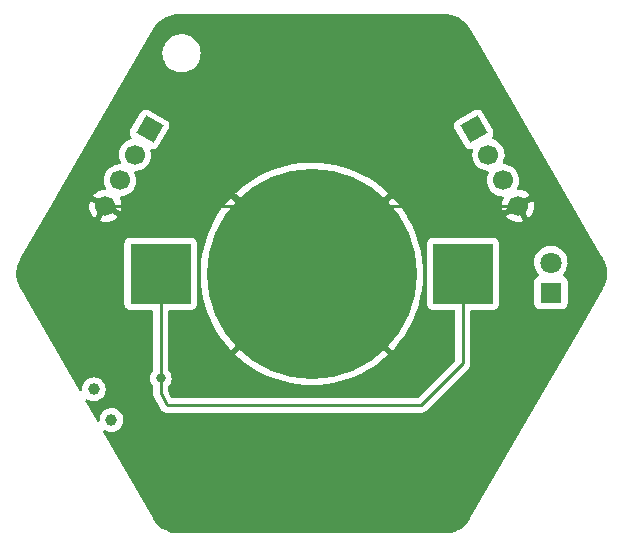
<source format=gbr>
%TF.GenerationSoftware,KiCad,Pcbnew,(6.0.5-0)*%
%TF.CreationDate,2022-06-08T15:30:43+08:00*%
%TF.ProjectId,dtl,64746c2e-6b69-4636-9164-5f7063625858,rev?*%
%TF.SameCoordinates,Original*%
%TF.FileFunction,Copper,L2,Bot*%
%TF.FilePolarity,Positive*%
%FSLAX46Y46*%
G04 Gerber Fmt 4.6, Leading zero omitted, Abs format (unit mm)*
G04 Created by KiCad (PCBNEW (6.0.5-0)) date 2022-06-08 15:30:43*
%MOMM*%
%LPD*%
G01*
G04 APERTURE LIST*
G04 Aperture macros list*
%AMHorizOval*
0 Thick line with rounded ends*
0 $1 width*
0 $2 $3 position (X,Y) of the first rounded end (center of the circle)*
0 $4 $5 position (X,Y) of the second rounded end (center of the circle)*
0 Add line between two ends*
20,1,$1,$2,$3,$4,$5,0*
0 Add two circle primitives to create the rounded ends*
1,1,$1,$2,$3*
1,1,$1,$4,$5*%
%AMRotRect*
0 Rectangle, with rotation*
0 The origin of the aperture is its center*
0 $1 length*
0 $2 width*
0 $3 Rotation angle, in degrees counterclockwise*
0 Add horizontal line*
21,1,$1,$2,0,0,$3*%
G04 Aperture macros list end*
%TA.AperFunction,ComponentPad*%
%ADD10R,1.800000X1.800000*%
%TD*%
%TA.AperFunction,ComponentPad*%
%ADD11C,1.800000*%
%TD*%
%TA.AperFunction,ComponentPad*%
%ADD12C,1.000000*%
%TD*%
%TA.AperFunction,ComponentPad*%
%ADD13RotRect,1.700000X1.700000X30.000000*%
%TD*%
%TA.AperFunction,ComponentPad*%
%ADD14HorizOval,1.700000X0.000000X0.000000X0.000000X0.000000X0*%
%TD*%
%TA.AperFunction,ComponentPad*%
%ADD15RotRect,1.700000X1.700000X330.000000*%
%TD*%
%TA.AperFunction,ComponentPad*%
%ADD16HorizOval,1.700000X0.000000X0.000000X0.000000X0.000000X0*%
%TD*%
%TA.AperFunction,SMDPad,CuDef*%
%ADD17R,5.100000X5.100000*%
%TD*%
%TA.AperFunction,SMDPad,CuDef*%
%ADD18C,17.800000*%
%TD*%
%TA.AperFunction,ViaPad*%
%ADD19C,0.800000*%
%TD*%
%TA.AperFunction,Conductor*%
%ADD20C,0.250000*%
%TD*%
G04 APERTURE END LIST*
D10*
%TO.P,D10,1,K*%
%TO.N,Net-(D10-Pad1)*%
X167881705Y-61904927D03*
D11*
%TO.P,D10,2,A*%
%TO.N,Net-(D10-Pad2)*%
X167881705Y-59364927D03*
%TD*%
D12*
%TO.P,SW3,8*%
%TO.N,N/C*%
X129178831Y-70100962D03*
%TO.P,SW3,9*%
X130678831Y-72699038D03*
%TD*%
D13*
%TO.P,J7,1,Pin_1*%
%TO.N,unconnected-(J7-Pad1)*%
X161346705Y-48069927D03*
D14*
%TO.P,J7,2,Pin_2*%
%TO.N,Net-(J7-Pad2)*%
X162596705Y-50234991D03*
%TO.P,J7,3,Pin_3*%
X163846705Y-52400054D03*
%TO.P,J7,4,Pin_4*%
%TO.N,GND3*%
X165096705Y-54565118D03*
%TD*%
D15*
%TO.P,J5,1,Pin_1*%
%TO.N,Net-(R10-Pad1)*%
X133911705Y-48074031D03*
D16*
%TO.P,J5,2,Pin_2*%
%TO.N,Net-(D3-Pad1)*%
X132661705Y-50239095D03*
%TO.P,J5,3,Pin_3*%
%TO.N,unconnected-(J5-Pad3)*%
X131411705Y-52404158D03*
%TO.P,J5,4,Pin_4*%
%TO.N,GND3*%
X130161705Y-54569222D03*
%TD*%
D17*
%TO.P,BT2,1,+*%
%TO.N,Net-(BT2-Pad1)*%
X134836705Y-60319927D03*
X160436705Y-60319927D03*
D18*
%TO.P,BT2,2,-*%
%TO.N,GND3*%
X147636705Y-60319927D03*
%TD*%
D19*
%TO.N,Net-(BT2-Pad1)*%
X134860000Y-69150000D03*
%TO.N,GND3*%
X157610000Y-80400000D03*
X136360000Y-80400000D03*
%TD*%
D20*
%TO.N,GND3*%
X130161705Y-54569222D02*
X141886000Y-54569222D01*
X153391514Y-54565118D02*
X147636705Y-60319927D01*
X141886000Y-54569222D02*
X147636705Y-60319927D01*
X165096705Y-54565118D02*
X153391514Y-54565118D01*
%TO.N,Net-(BT2-Pad1)*%
X156910305Y-71433327D02*
X160436705Y-67906927D01*
X134836705Y-70400000D02*
X135360000Y-71433327D01*
X135360000Y-71433327D02*
X156910305Y-71433327D01*
X134836705Y-60319927D02*
X134836705Y-70400000D01*
X160436705Y-67906927D02*
X160436705Y-60319927D01*
%TD*%
%TA.AperFunction,Conductor*%
%TO.N,GND3*%
G36*
X158855010Y-38319927D02*
G01*
X158869845Y-38322237D01*
X158869846Y-38322237D01*
X158878716Y-38323618D01*
X158887618Y-38322454D01*
X158887620Y-38322454D01*
X158896323Y-38321316D01*
X158919983Y-38320465D01*
X159166917Y-38334847D01*
X159181459Y-38336546D01*
X159452347Y-38384310D01*
X159466594Y-38387687D01*
X159730111Y-38466578D01*
X159743873Y-38471588D01*
X159996434Y-38580532D01*
X160009528Y-38587108D01*
X160247737Y-38724639D01*
X160259979Y-38732691D01*
X160480602Y-38896940D01*
X160491827Y-38906358D01*
X160691902Y-39095120D01*
X160701957Y-39105778D01*
X160878758Y-39316483D01*
X160887508Y-39328236D01*
X161019439Y-39528829D01*
X161031680Y-39552605D01*
X161035057Y-39561335D01*
X161040514Y-39568459D01*
X161054416Y-39586610D01*
X161063505Y-39600226D01*
X161701830Y-40705838D01*
X172069144Y-58662550D01*
X172276339Y-59021423D01*
X172284729Y-59038953D01*
X172293387Y-59061332D01*
X172298847Y-59068460D01*
X172304179Y-59075422D01*
X172316750Y-59095494D01*
X172320066Y-59102096D01*
X172427755Y-59316533D01*
X172433558Y-59329985D01*
X172527633Y-59588460D01*
X172531835Y-59602498D01*
X172595264Y-59870137D01*
X172597808Y-59884564D01*
X172606085Y-59955388D01*
X172629738Y-60157762D01*
X172630590Y-60172390D01*
X172630588Y-60447447D01*
X172629736Y-60462075D01*
X172597801Y-60735278D01*
X172595256Y-60749707D01*
X172531824Y-61017340D01*
X172527622Y-61031377D01*
X172433543Y-61289853D01*
X172427743Y-61303299D01*
X172427734Y-61303317D01*
X172319937Y-61517955D01*
X172305468Y-61540442D01*
X172299667Y-61547644D01*
X172296225Y-61555933D01*
X172296221Y-61555940D01*
X172287457Y-61577046D01*
X172280210Y-61591726D01*
X170240902Y-65123911D01*
X165282454Y-73712196D01*
X161067377Y-81012923D01*
X161056389Y-81028955D01*
X161041337Y-81047642D01*
X161036819Y-81058524D01*
X161034531Y-81064034D01*
X161023435Y-81084954D01*
X160887513Y-81291610D01*
X160878767Y-81303358D01*
X160749289Y-81457661D01*
X160701959Y-81514065D01*
X160691904Y-81524723D01*
X160491828Y-81713482D01*
X160480603Y-81722900D01*
X160259979Y-81887146D01*
X160247737Y-81895198D01*
X160009523Y-82032729D01*
X159996429Y-82039304D01*
X159743872Y-82148245D01*
X159730104Y-82153257D01*
X159466598Y-82232144D01*
X159452343Y-82235522D01*
X159452196Y-82235548D01*
X159181458Y-82283286D01*
X159166914Y-82284985D01*
X159044197Y-82292132D01*
X158927138Y-82298949D01*
X158900431Y-82297662D01*
X158900145Y-82297618D01*
X158900144Y-82297618D01*
X158891268Y-82296236D01*
X158882366Y-82297400D01*
X158882364Y-82297400D01*
X158867315Y-82299368D01*
X158859706Y-82300363D01*
X158843371Y-82301427D01*
X136417692Y-82301427D01*
X136398308Y-82299927D01*
X136383474Y-82297617D01*
X136383471Y-82297617D01*
X136374601Y-82296236D01*
X136365699Y-82297400D01*
X136365695Y-82297400D01*
X136356996Y-82298538D01*
X136333336Y-82299389D01*
X136086400Y-82285009D01*
X136071860Y-82283310D01*
X135800971Y-82235547D01*
X135786724Y-82232170D01*
X135523208Y-82153279D01*
X135509443Y-82148269D01*
X135509388Y-82148245D01*
X135256884Y-82039325D01*
X135243791Y-82032750D01*
X135005588Y-81895222D01*
X134993345Y-81887170D01*
X134772710Y-81722911D01*
X134761496Y-81713501D01*
X134561406Y-81524723D01*
X134551380Y-81514096D01*
X134374558Y-81303363D01*
X134365818Y-81291622D01*
X134233871Y-81091000D01*
X134221629Y-81067221D01*
X134218265Y-81058524D01*
X134198901Y-81033241D01*
X134189820Y-81019637D01*
X129983539Y-73734145D01*
X129966801Y-73665150D01*
X129990021Y-73598058D01*
X130045829Y-73554171D01*
X130116504Y-73547422D01*
X130154129Y-73561157D01*
X130273125Y-73627662D01*
X130461223Y-73688778D01*
X130657608Y-73712196D01*
X130663743Y-73711724D01*
X130663745Y-73711724D01*
X130848661Y-73697495D01*
X130848665Y-73697494D01*
X130854803Y-73697022D01*
X131045294Y-73643836D01*
X131050798Y-73641056D01*
X131050800Y-73641055D01*
X131216326Y-73557442D01*
X131216328Y-73557441D01*
X131221827Y-73554663D01*
X131377678Y-73432899D01*
X131506909Y-73283183D01*
X131604600Y-73111217D01*
X131667028Y-72923551D01*
X131691816Y-72727333D01*
X131692211Y-72699038D01*
X131672911Y-72502205D01*
X131615747Y-72312869D01*
X131522897Y-72138242D01*
X131437533Y-72033576D01*
X131401791Y-71989751D01*
X131401788Y-71989748D01*
X131397896Y-71984976D01*
X131391555Y-71979730D01*
X131250256Y-71862837D01*
X131250252Y-71862835D01*
X131245506Y-71858908D01*
X131071532Y-71764840D01*
X130882599Y-71706356D01*
X130876474Y-71705712D01*
X130876473Y-71705712D01*
X130692035Y-71686327D01*
X130692033Y-71686327D01*
X130685906Y-71685683D01*
X130603407Y-71693191D01*
X130495082Y-71703049D01*
X130495079Y-71703050D01*
X130488943Y-71703608D01*
X130483037Y-71705346D01*
X130483033Y-71705347D01*
X130377907Y-71736287D01*
X130299212Y-71759448D01*
X130293754Y-71762301D01*
X130293750Y-71762303D01*
X130255969Y-71782055D01*
X130123941Y-71851078D01*
X129969806Y-71975006D01*
X129842677Y-72126512D01*
X129839710Y-72131910D01*
X129839706Y-72131915D01*
X129836228Y-72138242D01*
X129747398Y-72299825D01*
X129745537Y-72305692D01*
X129745536Y-72305694D01*
X129689458Y-72482474D01*
X129687596Y-72488344D01*
X129665550Y-72684889D01*
X129666739Y-72699038D01*
X129667365Y-72706498D01*
X129653134Y-72776054D01*
X129603558Y-72826874D01*
X129534376Y-72842824D01*
X129467553Y-72818839D01*
X129432688Y-72780043D01*
X128483539Y-71136069D01*
X128466801Y-71067074D01*
X128490021Y-70999982D01*
X128545829Y-70956095D01*
X128616504Y-70949346D01*
X128654129Y-70963081D01*
X128773125Y-71029586D01*
X128961223Y-71090702D01*
X129157608Y-71114120D01*
X129163743Y-71113648D01*
X129163745Y-71113648D01*
X129348661Y-71099419D01*
X129348665Y-71099418D01*
X129354803Y-71098946D01*
X129545294Y-71045760D01*
X129550798Y-71042980D01*
X129550800Y-71042979D01*
X129716326Y-70959366D01*
X129716328Y-70959365D01*
X129721827Y-70956587D01*
X129877678Y-70834823D01*
X130006909Y-70685107D01*
X130104600Y-70513141D01*
X130167028Y-70325475D01*
X130191816Y-70129257D01*
X130192211Y-70100962D01*
X130172911Y-69904129D01*
X130115747Y-69714793D01*
X130022897Y-69540166D01*
X129952540Y-69453900D01*
X129901791Y-69391675D01*
X129901788Y-69391672D01*
X129897896Y-69386900D01*
X129891555Y-69381654D01*
X129750256Y-69264761D01*
X129750252Y-69264759D01*
X129745506Y-69260832D01*
X129571532Y-69166764D01*
X129382599Y-69108280D01*
X129376474Y-69107636D01*
X129376473Y-69107636D01*
X129192035Y-69088251D01*
X129192033Y-69088251D01*
X129185906Y-69087607D01*
X129103407Y-69095115D01*
X128995082Y-69104973D01*
X128995079Y-69104974D01*
X128988943Y-69105532D01*
X128983037Y-69107270D01*
X128983033Y-69107271D01*
X128877907Y-69138211D01*
X128799212Y-69161372D01*
X128793754Y-69164225D01*
X128793750Y-69164227D01*
X128702978Y-69211682D01*
X128623941Y-69253002D01*
X128469806Y-69376930D01*
X128342677Y-69528436D01*
X128339710Y-69533834D01*
X128339706Y-69533839D01*
X128325134Y-69560346D01*
X128247398Y-69701749D01*
X128245537Y-69707616D01*
X128245536Y-69707618D01*
X128191362Y-69878396D01*
X128187596Y-69890268D01*
X128165550Y-70086813D01*
X128166739Y-70100962D01*
X128167365Y-70108422D01*
X128153134Y-70177978D01*
X128103558Y-70228798D01*
X128034376Y-70244748D01*
X127967553Y-70220763D01*
X127932688Y-70181967D01*
X124705045Y-64591527D01*
X123738869Y-62918061D01*
X131778205Y-62918061D01*
X131784960Y-62980243D01*
X131836090Y-63116632D01*
X131923444Y-63233188D01*
X132040000Y-63320542D01*
X132176389Y-63371672D01*
X132238571Y-63378427D01*
X134077205Y-63378427D01*
X134145326Y-63398429D01*
X134191819Y-63452085D01*
X134203205Y-63504427D01*
X134203205Y-68473347D01*
X134183203Y-68541468D01*
X134170842Y-68557656D01*
X134120960Y-68613056D01*
X134025473Y-68778444D01*
X133966458Y-68960072D01*
X133965768Y-68966633D01*
X133965768Y-68966635D01*
X133959142Y-69029680D01*
X133946496Y-69150000D01*
X133947186Y-69156565D01*
X133957115Y-69251030D01*
X133966458Y-69339928D01*
X134025473Y-69521556D01*
X134028776Y-69527278D01*
X134028777Y-69527279D01*
X134039359Y-69545607D01*
X134120960Y-69686944D01*
X134125378Y-69691851D01*
X134125379Y-69691852D01*
X134170841Y-69742342D01*
X134201558Y-69806350D01*
X134203205Y-69826653D01*
X134203205Y-70387115D01*
X134203133Y-70391384D01*
X134200857Y-70458521D01*
X134202568Y-70466264D01*
X134202568Y-70466267D01*
X134210599Y-70502619D01*
X134212572Y-70514006D01*
X134217237Y-70550931D01*
X134218231Y-70558797D01*
X134221150Y-70566169D01*
X134221150Y-70566170D01*
X134225339Y-70576751D01*
X134231220Y-70595951D01*
X134235387Y-70614811D01*
X134238968Y-70621882D01*
X134255788Y-70655095D01*
X134260531Y-70665633D01*
X134277153Y-70707617D01*
X134288507Y-70723244D01*
X134298974Y-70740373D01*
X134768259Y-71667051D01*
X134775684Y-71685038D01*
X134782236Y-71705202D01*
X134799875Y-71732997D01*
X134805423Y-71741740D01*
X134809623Y-71749123D01*
X134811056Y-71751560D01*
X134812845Y-71755092D01*
X134815063Y-71758373D01*
X134829009Y-71779003D01*
X134830995Y-71782034D01*
X134868000Y-71840345D01*
X134873479Y-71845490D01*
X134875780Y-71848191D01*
X134879986Y-71854413D01*
X134885918Y-71859669D01*
X134931642Y-71900182D01*
X134934335Y-71902638D01*
X134942928Y-71910707D01*
X134984679Y-71949913D01*
X134991261Y-71953532D01*
X134994168Y-71955581D01*
X134999787Y-71960559D01*
X135006836Y-71964172D01*
X135006841Y-71964176D01*
X135061209Y-71992047D01*
X135064431Y-71993757D01*
X135117996Y-72023205D01*
X135117999Y-72023206D01*
X135124940Y-72027022D01*
X135132216Y-72028890D01*
X135135541Y-72030152D01*
X135142221Y-72033576D01*
X135149951Y-72035324D01*
X135149954Y-72035325D01*
X135209560Y-72048803D01*
X135213105Y-72049659D01*
X135272292Y-72064856D01*
X135272295Y-72064856D01*
X135279970Y-72066827D01*
X135287482Y-72066827D01*
X135291016Y-72067222D01*
X135298339Y-72068878D01*
X135306260Y-72068649D01*
X135306263Y-72068649D01*
X135367351Y-72066880D01*
X135370997Y-72066827D01*
X156831538Y-72066827D01*
X156842721Y-72067354D01*
X156850214Y-72069029D01*
X156858140Y-72068780D01*
X156858141Y-72068780D01*
X156918291Y-72066889D01*
X156922250Y-72066827D01*
X156950161Y-72066827D01*
X156954096Y-72066330D01*
X156954161Y-72066322D01*
X156965998Y-72065389D01*
X156998256Y-72064375D01*
X157002275Y-72064249D01*
X157010194Y-72064000D01*
X157029648Y-72058348D01*
X157049005Y-72054340D01*
X157061235Y-72052795D01*
X157061236Y-72052795D01*
X157069102Y-72051801D01*
X157076473Y-72048882D01*
X157076475Y-72048882D01*
X157110217Y-72035523D01*
X157121447Y-72031678D01*
X157156288Y-72021556D01*
X157156289Y-72021556D01*
X157163898Y-72019345D01*
X157170717Y-72015312D01*
X157170722Y-72015310D01*
X157181333Y-72009034D01*
X157199081Y-72000339D01*
X157217922Y-71992879D01*
X157242523Y-71975006D01*
X157253692Y-71966891D01*
X157263612Y-71960375D01*
X157294840Y-71941907D01*
X157294843Y-71941905D01*
X157301667Y-71937869D01*
X157315988Y-71923548D01*
X157331022Y-71910707D01*
X157340999Y-71903458D01*
X157347412Y-71898799D01*
X157375603Y-71864722D01*
X157383593Y-71855943D01*
X160828952Y-68410584D01*
X160837242Y-68403040D01*
X160843723Y-68398927D01*
X160890364Y-68349259D01*
X160893118Y-68346418D01*
X160912840Y-68326696D01*
X160915324Y-68323494D01*
X160923022Y-68314482D01*
X160947866Y-68288025D01*
X160953291Y-68282248D01*
X160963052Y-68264493D01*
X160973903Y-68247974D01*
X160986319Y-68231968D01*
X160989469Y-68224689D01*
X161003879Y-68191390D01*
X161009096Y-68180740D01*
X161030400Y-68141987D01*
X161035438Y-68122364D01*
X161041842Y-68103661D01*
X161046738Y-68092347D01*
X161046738Y-68092346D01*
X161049886Y-68085072D01*
X161051125Y-68077249D01*
X161051128Y-68077239D01*
X161056804Y-68041403D01*
X161059210Y-68029783D01*
X161068233Y-67994638D01*
X161068233Y-67994637D01*
X161070205Y-67986957D01*
X161070205Y-67966703D01*
X161071756Y-67946992D01*
X161073685Y-67934813D01*
X161074925Y-67926984D01*
X161070764Y-67882965D01*
X161070205Y-67871108D01*
X161070205Y-63504427D01*
X161090207Y-63436306D01*
X161143863Y-63389813D01*
X161196205Y-63378427D01*
X163034839Y-63378427D01*
X163097021Y-63371672D01*
X163233410Y-63320542D01*
X163349966Y-63233188D01*
X163437320Y-63116632D01*
X163488450Y-62980243D01*
X163495205Y-62918061D01*
X163495205Y-59330396D01*
X166468800Y-59330396D01*
X166469097Y-59335549D01*
X166469097Y-59335552D01*
X166474772Y-59433968D01*
X166482132Y-59561624D01*
X166483269Y-59566670D01*
X166483270Y-59566676D01*
X166515446Y-59709450D01*
X166533051Y-59787569D01*
X166534993Y-59792351D01*
X166534994Y-59792355D01*
X166599469Y-59951137D01*
X166620189Y-60002164D01*
X166622888Y-60006568D01*
X166724504Y-60172390D01*
X166741206Y-60199646D01*
X166744587Y-60203549D01*
X166853009Y-60328715D01*
X166882491Y-60393300D01*
X166872376Y-60463573D01*
X166825875Y-60517221D01*
X166802001Y-60529194D01*
X166746220Y-60550106D01*
X166735000Y-60554312D01*
X166618444Y-60641666D01*
X166531090Y-60758222D01*
X166479960Y-60894611D01*
X166473205Y-60956793D01*
X166473205Y-62853061D01*
X166479960Y-62915243D01*
X166531090Y-63051632D01*
X166618444Y-63168188D01*
X166735000Y-63255542D01*
X166871389Y-63306672D01*
X166933571Y-63313427D01*
X168829839Y-63313427D01*
X168892021Y-63306672D01*
X169028410Y-63255542D01*
X169144966Y-63168188D01*
X169232320Y-63051632D01*
X169283450Y-62915243D01*
X169290205Y-62853061D01*
X169290205Y-60956793D01*
X169283450Y-60894611D01*
X169232320Y-60758222D01*
X169144966Y-60641666D01*
X169028410Y-60554312D01*
X169020001Y-60551160D01*
X169020000Y-60551159D01*
X168961509Y-60529232D01*
X168904744Y-60486591D01*
X168880044Y-60420030D01*
X168895251Y-60350681D01*
X168916798Y-60322000D01*
X168954341Y-60284587D01*
X168954345Y-60284582D01*
X168958008Y-60280932D01*
X169093163Y-60092844D01*
X169140346Y-59997377D01*
X169193489Y-59889849D01*
X169193490Y-59889847D01*
X169195783Y-59885207D01*
X169263113Y-59663598D01*
X169293345Y-59433968D01*
X169295032Y-59364927D01*
X169288737Y-59288361D01*
X169276478Y-59139245D01*
X169276477Y-59139239D01*
X169276054Y-59134094D01*
X169219630Y-58909460D01*
X169217571Y-58904724D01*
X169129335Y-58701795D01*
X169129333Y-58701792D01*
X169127275Y-58697058D01*
X169001469Y-58502592D01*
X168845592Y-58331285D01*
X168841541Y-58328086D01*
X168841537Y-58328082D01*
X168667882Y-58190938D01*
X168667877Y-58190935D01*
X168663828Y-58187737D01*
X168659312Y-58185244D01*
X168659309Y-58185242D01*
X168465584Y-58078300D01*
X168465580Y-58078298D01*
X168461060Y-58075803D01*
X168456191Y-58074079D01*
X168456187Y-58074077D01*
X168247608Y-58000215D01*
X168247604Y-58000214D01*
X168242733Y-57998489D01*
X168237640Y-57997582D01*
X168237637Y-57997581D01*
X168019800Y-57958778D01*
X168019794Y-57958777D01*
X168014711Y-57957872D01*
X167941801Y-57956981D01*
X167788286Y-57955106D01*
X167788284Y-57955106D01*
X167783116Y-57955043D01*
X167554169Y-57990077D01*
X167334019Y-58062033D01*
X167329431Y-58064421D01*
X167329427Y-58064423D01*
X167214011Y-58124505D01*
X167128577Y-58168979D01*
X167124444Y-58172082D01*
X167124441Y-58172084D01*
X167099330Y-58190938D01*
X166943360Y-58308044D01*
X166783344Y-58475491D01*
X166780430Y-58479763D01*
X166780429Y-58479764D01*
X166722958Y-58564014D01*
X166652824Y-58666826D01*
X166555307Y-58876908D01*
X166493412Y-59100096D01*
X166468800Y-59330396D01*
X163495205Y-59330396D01*
X163495205Y-57721793D01*
X163488450Y-57659611D01*
X163437320Y-57523222D01*
X163349966Y-57406666D01*
X163233410Y-57319312D01*
X163097021Y-57268182D01*
X163034839Y-57261427D01*
X157838571Y-57261427D01*
X157776389Y-57268182D01*
X157640000Y-57319312D01*
X157523444Y-57406666D01*
X157436090Y-57523222D01*
X157384960Y-57659611D01*
X157378205Y-57721793D01*
X157378205Y-62918061D01*
X157384960Y-62980243D01*
X157436090Y-63116632D01*
X157523444Y-63233188D01*
X157640000Y-63320542D01*
X157776389Y-63371672D01*
X157838571Y-63378427D01*
X159677205Y-63378427D01*
X159745326Y-63398429D01*
X159791819Y-63452085D01*
X159803205Y-63504427D01*
X159803205Y-67592333D01*
X159783203Y-67660454D01*
X159766300Y-67681428D01*
X156684805Y-70762922D01*
X156622493Y-70796948D01*
X156595710Y-70799827D01*
X135826713Y-70799827D01*
X135758592Y-70779825D01*
X135714305Y-70730752D01*
X135673369Y-70649918D01*
X135483797Y-70275577D01*
X135470205Y-70218653D01*
X135470205Y-69878396D01*
X135490207Y-69810275D01*
X135502569Y-69794086D01*
X135594621Y-69691852D01*
X135594622Y-69691851D01*
X135599040Y-69686944D01*
X135680641Y-69545607D01*
X135691223Y-69527279D01*
X135691224Y-69527278D01*
X135694527Y-69521556D01*
X135753542Y-69339928D01*
X135762886Y-69251030D01*
X135772814Y-69156565D01*
X135773504Y-69150000D01*
X135760858Y-69029680D01*
X135754232Y-68966635D01*
X135754232Y-68966633D01*
X135753542Y-68960072D01*
X135694527Y-68778444D01*
X135599040Y-68613056D01*
X135549160Y-68557658D01*
X135502569Y-68505914D01*
X135471851Y-68441907D01*
X135470205Y-68421604D01*
X135470205Y-67151814D01*
X141170358Y-67151814D01*
X141170382Y-67152153D01*
X141176205Y-67160785D01*
X141509420Y-67465587D01*
X141512551Y-67468271D01*
X141983319Y-67846102D01*
X141986602Y-67848567D01*
X142480793Y-68195246D01*
X142484220Y-68197489D01*
X142999765Y-68511562D01*
X143003300Y-68513562D01*
X143538073Y-68793729D01*
X143541711Y-68795488D01*
X144093417Y-69040546D01*
X144097207Y-69042085D01*
X144663577Y-69251030D01*
X144667442Y-69252316D01*
X145246120Y-69424277D01*
X145250061Y-69425311D01*
X145838622Y-69559569D01*
X145842617Y-69560346D01*
X146438635Y-69656346D01*
X146442674Y-69656863D01*
X147043623Y-69714199D01*
X147047692Y-69714455D01*
X147651089Y-69732891D01*
X147655175Y-69732883D01*
X148258517Y-69712341D01*
X148262561Y-69712072D01*
X148863327Y-69652637D01*
X148867363Y-69652106D01*
X149463026Y-69554029D01*
X149467029Y-69553236D01*
X150055130Y-69416922D01*
X150059050Y-69415879D01*
X150637147Y-69241891D01*
X150640980Y-69240601D01*
X151206619Y-69029680D01*
X151210412Y-69028124D01*
X151761249Y-68781146D01*
X151764910Y-68779360D01*
X152298692Y-68497333D01*
X152302198Y-68495333D01*
X152816668Y-68179448D01*
X152820065Y-68177207D01*
X153313072Y-67828785D01*
X153316296Y-67826347D01*
X153785805Y-67446824D01*
X153788872Y-67444177D01*
X154094559Y-67162590D01*
X154102737Y-67148973D01*
X154102723Y-67148514D01*
X154097378Y-67139810D01*
X147649517Y-60691949D01*
X147635573Y-60684335D01*
X147633740Y-60684466D01*
X147627125Y-60688717D01*
X141177972Y-67137870D01*
X141170358Y-67151814D01*
X135470205Y-67151814D01*
X135470205Y-63504427D01*
X135490207Y-63436306D01*
X135543863Y-63389813D01*
X135596205Y-63378427D01*
X137434839Y-63378427D01*
X137497021Y-63371672D01*
X137633410Y-63320542D01*
X137749966Y-63233188D01*
X137837320Y-63116632D01*
X137888450Y-62980243D01*
X137895205Y-62918061D01*
X137895205Y-60531441D01*
X138226108Y-60531441D01*
X138226200Y-60535515D01*
X138259372Y-61138295D01*
X138259727Y-61142347D01*
X138331733Y-61741749D01*
X138332343Y-61745739D01*
X138442878Y-62339244D01*
X138443750Y-62343209D01*
X138592352Y-62928332D01*
X138593477Y-62932230D01*
X138779532Y-63506551D01*
X138780908Y-63510372D01*
X139003628Y-64071468D01*
X139005259Y-64075219D01*
X139263720Y-64620766D01*
X139265578Y-64624380D01*
X139558724Y-65152144D01*
X139560799Y-65155611D01*
X139887388Y-65663351D01*
X139889704Y-65666708D01*
X140248358Y-66152286D01*
X140250889Y-66155491D01*
X140640139Y-66616922D01*
X140642866Y-66619951D01*
X140794260Y-66777548D01*
X140808045Y-66785438D01*
X140809209Y-66785378D01*
X140816842Y-66780580D01*
X147264683Y-60332739D01*
X147271061Y-60321059D01*
X148001113Y-60321059D01*
X148001244Y-60322892D01*
X148005495Y-60329507D01*
X154453667Y-66777679D01*
X154467611Y-66785293D01*
X154468655Y-66785219D01*
X154476348Y-66780145D01*
X154652492Y-66595500D01*
X154655215Y-66592454D01*
X155042857Y-66129661D01*
X155045351Y-66126481D01*
X155402326Y-65639628D01*
X155404626Y-65636268D01*
X155729437Y-65127399D01*
X155731508Y-65123911D01*
X156022809Y-64595129D01*
X156024645Y-64591527D01*
X156281217Y-64045047D01*
X156282819Y-64041328D01*
X156503589Y-63479429D01*
X156504946Y-63475619D01*
X156688998Y-62900641D01*
X156690104Y-62896759D01*
X156836671Y-62311092D01*
X156837523Y-62307148D01*
X156945986Y-61713262D01*
X156946587Y-61709237D01*
X157016495Y-61109625D01*
X157016837Y-61105548D01*
X157047943Y-60501939D01*
X157048023Y-60499322D01*
X157049732Y-60321264D01*
X157049702Y-60318588D01*
X157030191Y-59714515D01*
X157029928Y-59710457D01*
X156971541Y-59109589D01*
X156971021Y-59105579D01*
X156873980Y-58509723D01*
X156873192Y-58505710D01*
X156737911Y-57917401D01*
X156736865Y-57913445D01*
X156563900Y-57335090D01*
X156562602Y-57331209D01*
X156352664Y-56765189D01*
X156351138Y-56761451D01*
X156105110Y-56210158D01*
X156103330Y-56206493D01*
X155822242Y-55672230D01*
X155820233Y-55668695D01*
X155688032Y-55452539D01*
X164075005Y-55452539D01*
X164081193Y-55466991D01*
X164139922Y-55534790D01*
X164147284Y-55542000D01*
X164311139Y-55678034D01*
X164319586Y-55683949D01*
X164503461Y-55791397D01*
X164512747Y-55795847D01*
X164711706Y-55871821D01*
X164721604Y-55874697D01*
X164930300Y-55917156D01*
X164940528Y-55918375D01*
X165153355Y-55926180D01*
X165163641Y-55925713D01*
X165374890Y-55898652D01*
X165384967Y-55896510D01*
X165527115Y-55853863D01*
X165538931Y-55846171D01*
X165537495Y-55836588D01*
X165012792Y-54927777D01*
X165001297Y-54916817D01*
X164999489Y-54916468D01*
X164992002Y-54918861D01*
X164084019Y-55443085D01*
X164075005Y-55452539D01*
X155688032Y-55452539D01*
X155505255Y-55153689D01*
X155503027Y-55150298D01*
X155155453Y-54656666D01*
X155153027Y-54653447D01*
X154774324Y-54183276D01*
X154771680Y-54180203D01*
X154479518Y-53861921D01*
X154465914Y-53853719D01*
X154465515Y-53853731D01*
X154456722Y-53859120D01*
X148008727Y-60307115D01*
X148001113Y-60321059D01*
X147271061Y-60321059D01*
X147272297Y-60318795D01*
X147272166Y-60316962D01*
X147267915Y-60310347D01*
X140817511Y-53859943D01*
X140803567Y-53852329D01*
X140801762Y-53852458D01*
X140795109Y-53856737D01*
X140765088Y-53886812D01*
X140762326Y-53889762D01*
X140364265Y-54343664D01*
X140361700Y-54346787D01*
X139993765Y-54825424D01*
X139991402Y-54828712D01*
X139655118Y-55330099D01*
X139652976Y-55333528D01*
X139349757Y-55855557D01*
X139347831Y-55859135D01*
X139078937Y-56399633D01*
X139077240Y-56403342D01*
X138843783Y-56960073D01*
X138842343Y-56963843D01*
X138645291Y-57534506D01*
X138644095Y-57538370D01*
X138484291Y-58120518D01*
X138483334Y-58124505D01*
X138361434Y-58715733D01*
X138360738Y-58719762D01*
X138277244Y-59317640D01*
X138276812Y-59321684D01*
X138232072Y-59923729D01*
X138231902Y-59927787D01*
X138226108Y-60531441D01*
X137895205Y-60531441D01*
X137895205Y-57721793D01*
X137888450Y-57659611D01*
X137837320Y-57523222D01*
X137749966Y-57406666D01*
X137633410Y-57319312D01*
X137497021Y-57268182D01*
X137434839Y-57261427D01*
X132238571Y-57261427D01*
X132176389Y-57268182D01*
X132040000Y-57319312D01*
X131923444Y-57406666D01*
X131836090Y-57523222D01*
X131784960Y-57659611D01*
X131778205Y-57721793D01*
X131778205Y-62918061D01*
X123738869Y-62918061D01*
X122976980Y-61598430D01*
X122968587Y-61580893D01*
X122963169Y-61566888D01*
X122959929Y-61558513D01*
X122949128Y-61544412D01*
X122936558Y-61524341D01*
X122825554Y-61303317D01*
X122819750Y-61289863D01*
X122725670Y-61031385D01*
X122721468Y-61017349D01*
X122658035Y-60749713D01*
X122655490Y-60735283D01*
X122623554Y-60462076D01*
X122622702Y-60447448D01*
X122622700Y-60172389D01*
X122623552Y-60157761D01*
X122655482Y-59884563D01*
X122658026Y-59870133D01*
X122721457Y-59602488D01*
X122725659Y-59588451D01*
X122819736Y-59329971D01*
X122825540Y-59316517D01*
X122903585Y-59161113D01*
X122933226Y-59102093D01*
X122947695Y-59079607D01*
X122953657Y-59072204D01*
X122965867Y-59042797D01*
X122973110Y-59028127D01*
X123038730Y-58914471D01*
X124808127Y-55849786D01*
X129720141Y-55849786D01*
X129731732Y-55858751D01*
X129776711Y-55875927D01*
X129786596Y-55878799D01*
X129995300Y-55921260D01*
X130005528Y-55922479D01*
X130218355Y-55930284D01*
X130228641Y-55929817D01*
X130439890Y-55902756D01*
X130449967Y-55900614D01*
X130653960Y-55839413D01*
X130663547Y-55835655D01*
X130854800Y-55741961D01*
X130863650Y-55736686D01*
X131037033Y-55613014D01*
X131044905Y-55606361D01*
X131180705Y-55471032D01*
X131187486Y-55458666D01*
X131182356Y-55451788D01*
X130270365Y-54925250D01*
X130254930Y-54921505D01*
X130253190Y-54922108D01*
X130247903Y-54927924D01*
X129723384Y-55836416D01*
X129720141Y-55849786D01*
X124808127Y-55849786D01*
X125563706Y-54541085D01*
X128799755Y-54541085D01*
X128812014Y-54753699D01*
X128813450Y-54763919D01*
X128860270Y-54971668D01*
X128863350Y-54981497D01*
X128943475Y-55178825D01*
X128948118Y-55188016D01*
X129059399Y-55369610D01*
X129065482Y-55377921D01*
X129204918Y-55538889D01*
X129212285Y-55546104D01*
X129260621Y-55586234D01*
X129273042Y-55591592D01*
X129284044Y-55581376D01*
X129805677Y-54677882D01*
X129809422Y-54662447D01*
X129808819Y-54660707D01*
X129803003Y-54655420D01*
X128892463Y-54129718D01*
X128878758Y-54126393D01*
X128873237Y-54133415D01*
X128824569Y-54308904D01*
X128822638Y-54319022D01*
X128800007Y-54530796D01*
X128799755Y-54541085D01*
X125563706Y-54541085D01*
X126060439Y-53680719D01*
X129137801Y-53680719D01*
X129143622Y-53688138D01*
X130068735Y-54222252D01*
X131429378Y-55007819D01*
X131443083Y-55011144D01*
X131449155Y-55003422D01*
X131492083Y-54862129D01*
X131494260Y-54852059D01*
X131522295Y-54639109D01*
X131522814Y-54632434D01*
X131524277Y-54572586D01*
X131524083Y-54565868D01*
X131506486Y-54351826D01*
X131504801Y-54341646D01*
X131452919Y-54135097D01*
X131449599Y-54125346D01*
X131369588Y-53941332D01*
X131360768Y-53870886D01*
X131391435Y-53806854D01*
X131451852Y-53769566D01*
X131473572Y-53766143D01*
X131473542Y-53765911D01*
X131689993Y-53738183D01*
X131689994Y-53738183D01*
X131695121Y-53737526D01*
X131700071Y-53736041D01*
X131904134Y-53674819D01*
X131904139Y-53674817D01*
X131909089Y-53673332D01*
X132109699Y-53575054D01*
X132230714Y-53488735D01*
X141168795Y-53488735D01*
X141168930Y-53490597D01*
X141173158Y-53497170D01*
X147623893Y-59947905D01*
X147637837Y-59955519D01*
X147639670Y-59955388D01*
X147646285Y-59951137D01*
X154094508Y-53502914D01*
X154102122Y-53488970D01*
X154102044Y-53487868D01*
X154097031Y-53480252D01*
X153924512Y-53315102D01*
X153921482Y-53312383D01*
X153459355Y-52923925D01*
X153456183Y-52921429D01*
X152969954Y-52563604D01*
X152966596Y-52561296D01*
X152458306Y-52235606D01*
X152454788Y-52233509D01*
X151926550Y-51941304D01*
X151922925Y-51939449D01*
X151376930Y-51681941D01*
X151373162Y-51680311D01*
X150811693Y-51458576D01*
X150807864Y-51457205D01*
X150233207Y-51272149D01*
X150229332Y-51271038D01*
X149643934Y-51123453D01*
X149639973Y-51122590D01*
X149046293Y-51013094D01*
X149042271Y-51012485D01*
X148442734Y-50941525D01*
X148438732Y-50941182D01*
X147835841Y-50909058D01*
X147831824Y-50908974D01*
X147228147Y-50915823D01*
X147224085Y-50916000D01*
X146622121Y-50961791D01*
X146618094Y-50962228D01*
X146020365Y-51046766D01*
X146016328Y-51047470D01*
X145425292Y-51170405D01*
X145421344Y-51171361D01*
X144839470Y-51332181D01*
X144835578Y-51333394D01*
X144265284Y-51531433D01*
X144261501Y-51532886D01*
X143705186Y-51767311D01*
X143701487Y-51769012D01*
X143161463Y-52038847D01*
X143157861Y-52040795D01*
X142636398Y-52344902D01*
X142632934Y-52347075D01*
X142132157Y-52684219D01*
X142128866Y-52686592D01*
X141650900Y-53055341D01*
X141647745Y-53057940D01*
X141194553Y-53456781D01*
X141191605Y-53459549D01*
X141176395Y-53474786D01*
X141168795Y-53488735D01*
X132230714Y-53488735D01*
X132291565Y-53445331D01*
X132295684Y-53441227D01*
X132446140Y-53291295D01*
X132449801Y-53287647D01*
X132505510Y-53210120D01*
X132577140Y-53110435D01*
X132580158Y-53106235D01*
X132584654Y-53097139D01*
X132676841Y-52910611D01*
X132676842Y-52910609D01*
X132679135Y-52905969D01*
X132744075Y-52692227D01*
X132773234Y-52470748D01*
X132774861Y-52404158D01*
X132756557Y-52181519D01*
X132702136Y-51964860D01*
X132620123Y-51776243D01*
X132611303Y-51705799D01*
X132641970Y-51641767D01*
X132702386Y-51604479D01*
X132723579Y-51601138D01*
X132723542Y-51600848D01*
X132939993Y-51573120D01*
X132939994Y-51573120D01*
X132945121Y-51572463D01*
X132958894Y-51568331D01*
X133154134Y-51509756D01*
X133154139Y-51509754D01*
X133159089Y-51508269D01*
X133359699Y-51409991D01*
X133541565Y-51280268D01*
X133549713Y-51272149D01*
X133663066Y-51159191D01*
X133699801Y-51122584D01*
X133729528Y-51081215D01*
X133827140Y-50945372D01*
X133830158Y-50941172D01*
X133873236Y-50854011D01*
X133926841Y-50745548D01*
X133926842Y-50745546D01*
X133929135Y-50740906D01*
X133994075Y-50527164D01*
X134023234Y-50305685D01*
X134024861Y-50239095D01*
X134006557Y-50016456D01*
X134004266Y-50007333D01*
X133974315Y-49888094D01*
X133977119Y-49817153D01*
X134017832Y-49758990D01*
X134083527Y-49732071D01*
X134117203Y-49733109D01*
X134168661Y-49741674D01*
X134202314Y-49747275D01*
X134202316Y-49747275D01*
X134211172Y-49748749D01*
X134257605Y-49743171D01*
X134346877Y-49732447D01*
X134346880Y-49732446D01*
X134355789Y-49731376D01*
X134439721Y-49695490D01*
X134481465Y-49677642D01*
X134481467Y-49677641D01*
X134489718Y-49674113D01*
X134554022Y-49621200D01*
X134596088Y-49586586D01*
X134596090Y-49586584D01*
X134602193Y-49581562D01*
X134639134Y-49531088D01*
X135537268Y-47975474D01*
X135562509Y-47918245D01*
X135586423Y-47774564D01*
X135585930Y-47770460D01*
X159671987Y-47770460D01*
X159695901Y-47914141D01*
X159721142Y-47971370D01*
X160619276Y-49526984D01*
X160656217Y-49577458D01*
X160662320Y-49582480D01*
X160662322Y-49582482D01*
X160740443Y-49646764D01*
X160768692Y-49670009D01*
X160776943Y-49673537D01*
X160776945Y-49673538D01*
X160786544Y-49677642D01*
X160902621Y-49727272D01*
X160911530Y-49728342D01*
X160911533Y-49728343D01*
X160988094Y-49737540D01*
X161047238Y-49744645D01*
X161056094Y-49743171D01*
X161056096Y-49743171D01*
X161120526Y-49732447D01*
X161141273Y-49728994D01*
X161211752Y-49737540D01*
X161266424Y-49782835D01*
X161287928Y-49850496D01*
X161283376Y-49886956D01*
X161257694Y-49979561D01*
X161233956Y-50201686D01*
X161234253Y-50206839D01*
X161234253Y-50206842D01*
X161239716Y-50301581D01*
X161246815Y-50424706D01*
X161247952Y-50429752D01*
X161247953Y-50429758D01*
X161248878Y-50433862D01*
X161295927Y-50642630D01*
X161379971Y-50849607D01*
X161420548Y-50915823D01*
X161480156Y-51013094D01*
X161496692Y-51040079D01*
X161642955Y-51208929D01*
X161814831Y-51351623D01*
X162007705Y-51464329D01*
X162216397Y-51544021D01*
X162221465Y-51545052D01*
X162221468Y-51545053D01*
X162317108Y-51564511D01*
X162435302Y-51588558D01*
X162440477Y-51588748D01*
X162440479Y-51588748D01*
X162531211Y-51592075D01*
X162598553Y-51614560D01*
X162643049Y-51669883D01*
X162650571Y-51740480D01*
X162640882Y-51771039D01*
X162567393Y-51929359D01*
X162507694Y-52144624D01*
X162483956Y-52366749D01*
X162484253Y-52371902D01*
X162484253Y-52371905D01*
X162489716Y-52466644D01*
X162496815Y-52589769D01*
X162497952Y-52594815D01*
X162497953Y-52594821D01*
X162518635Y-52686592D01*
X162545927Y-52807693D01*
X162629971Y-53014670D01*
X162746692Y-53205142D01*
X162750072Y-53209044D01*
X162761057Y-53221725D01*
X162892955Y-53373992D01*
X162992675Y-53456781D01*
X163048243Y-53502914D01*
X163064831Y-53516686D01*
X163257705Y-53629392D01*
X163466397Y-53709084D01*
X163471465Y-53710115D01*
X163471468Y-53710116D01*
X163579084Y-53732011D01*
X163685302Y-53753621D01*
X163690476Y-53753811D01*
X163690478Y-53753811D01*
X163781754Y-53757158D01*
X163849095Y-53779643D01*
X163893591Y-53834966D01*
X163901113Y-53905563D01*
X163891424Y-53936123D01*
X163820043Y-54089901D01*
X163816480Y-54099588D01*
X163759569Y-54304799D01*
X163757638Y-54314918D01*
X163735007Y-54526692D01*
X163734755Y-54536981D01*
X163747014Y-54749595D01*
X163748450Y-54759815D01*
X163795270Y-54967564D01*
X163798349Y-54977393D01*
X163806019Y-54996282D01*
X163814856Y-55007405D01*
X163828388Y-55004087D01*
X164420322Y-54662334D01*
X165448055Y-54662334D01*
X165450448Y-54669821D01*
X165976487Y-55580948D01*
X165986693Y-55590679D01*
X165994767Y-55587447D01*
X166130758Y-55451928D01*
X166137436Y-55444081D01*
X166261708Y-55271138D01*
X166267018Y-55262301D01*
X166361375Y-55071385D01*
X166365174Y-55061790D01*
X166427081Y-54858033D01*
X166429260Y-54847952D01*
X166457295Y-54635005D01*
X166457814Y-54628330D01*
X166459277Y-54568482D01*
X166459083Y-54561764D01*
X166441486Y-54347722D01*
X166439801Y-54337542D01*
X166387919Y-54130993D01*
X166387767Y-54130547D01*
X166380167Y-54121446D01*
X166367503Y-54124716D01*
X165459364Y-54649031D01*
X165448404Y-54660526D01*
X165448055Y-54662334D01*
X164420322Y-54662334D01*
X165189675Y-54218148D01*
X166109813Y-53686907D01*
X166119544Y-53676701D01*
X166115684Y-53667061D01*
X166029511Y-53572358D01*
X166021978Y-53565333D01*
X165854844Y-53433340D01*
X165846257Y-53427635D01*
X165659822Y-53324717D01*
X165650410Y-53320487D01*
X165449664Y-53249398D01*
X165439694Y-53246764D01*
X165230032Y-53209419D01*
X165219778Y-53208449D01*
X165164225Y-53207770D01*
X165096354Y-53186937D01*
X165050520Y-53132717D01*
X165041276Y-53062325D01*
X165052806Y-53025956D01*
X165114135Y-52901865D01*
X165179075Y-52688123D01*
X165208234Y-52466644D01*
X165209861Y-52400054D01*
X165191557Y-52177415D01*
X165137136Y-51960756D01*
X165048059Y-51755894D01*
X164942080Y-51592075D01*
X164929527Y-51572671D01*
X164929525Y-51572668D01*
X164926719Y-51568331D01*
X164776375Y-51403105D01*
X164772324Y-51399906D01*
X164772320Y-51399902D01*
X164605119Y-51267854D01*
X164605115Y-51267852D01*
X164601064Y-51264652D01*
X164575727Y-51250665D01*
X164506103Y-51212231D01*
X164405494Y-51156692D01*
X164400625Y-51154968D01*
X164400621Y-51154966D01*
X164199792Y-51083849D01*
X164199788Y-51083848D01*
X164194917Y-51082123D01*
X164189824Y-51081216D01*
X164189821Y-51081215D01*
X163980078Y-51043854D01*
X163980072Y-51043853D01*
X163974989Y-51042948D01*
X163914471Y-51042209D01*
X163846601Y-51021376D01*
X163800767Y-50967157D01*
X163791522Y-50896765D01*
X163803054Y-50860391D01*
X163861841Y-50741444D01*
X163861842Y-50741442D01*
X163864135Y-50736802D01*
X163929075Y-50523060D01*
X163958234Y-50301581D01*
X163959861Y-50234991D01*
X163941557Y-50012352D01*
X163887136Y-49795693D01*
X163798059Y-49590831D01*
X163676719Y-49403268D01*
X163526375Y-49238042D01*
X163522324Y-49234843D01*
X163522320Y-49234839D01*
X163355119Y-49102791D01*
X163355115Y-49102789D01*
X163351064Y-49099589D01*
X163325727Y-49085602D01*
X163298841Y-49070760D01*
X163155494Y-48991629D01*
X163150625Y-48989905D01*
X163150621Y-48989903D01*
X162944917Y-48917060D01*
X162945708Y-48914828D01*
X162893411Y-48883178D01*
X162862187Y-48819416D01*
X162870393Y-48748895D01*
X162889077Y-48718073D01*
X162946787Y-48647940D01*
X163004050Y-48514011D01*
X163021423Y-48369394D01*
X162997509Y-48225713D01*
X162972268Y-48168484D01*
X162074134Y-46612870D01*
X162037193Y-46562396D01*
X162031090Y-46557374D01*
X162031088Y-46557372D01*
X161931651Y-46475550D01*
X161931652Y-46475550D01*
X161924718Y-46469845D01*
X161916467Y-46466317D01*
X161916465Y-46466316D01*
X161857754Y-46441214D01*
X161790789Y-46412582D01*
X161781880Y-46411512D01*
X161781877Y-46411511D01*
X161689250Y-46400384D01*
X161646172Y-46395209D01*
X161637316Y-46396683D01*
X161637314Y-46396683D01*
X161510281Y-46417826D01*
X161510278Y-46417827D01*
X161502491Y-46419123D01*
X161445262Y-46444364D01*
X159889648Y-47342498D01*
X159839174Y-47379439D01*
X159746623Y-47491914D01*
X159743095Y-47500165D01*
X159743094Y-47500167D01*
X159717992Y-47558878D01*
X159689360Y-47625843D01*
X159671987Y-47770460D01*
X135585930Y-47770460D01*
X135569050Y-47629947D01*
X135511787Y-47496018D01*
X135419236Y-47383543D01*
X135368762Y-47346602D01*
X133813148Y-46448468D01*
X133755919Y-46423227D01*
X133748132Y-46421931D01*
X133748129Y-46421930D01*
X133621096Y-46400787D01*
X133621094Y-46400787D01*
X133612238Y-46399313D01*
X133567983Y-46404629D01*
X133476533Y-46415615D01*
X133476530Y-46415616D01*
X133467621Y-46416686D01*
X133452323Y-46423227D01*
X133341945Y-46470420D01*
X133341943Y-46470421D01*
X133333692Y-46473949D01*
X133326758Y-46479654D01*
X133326759Y-46479654D01*
X133227322Y-46561476D01*
X133227320Y-46561478D01*
X133221217Y-46566500D01*
X133184276Y-46616974D01*
X132286142Y-48172588D01*
X132260901Y-48229817D01*
X132236987Y-48373498D01*
X132254360Y-48518115D01*
X132257889Y-48526368D01*
X132306340Y-48639687D01*
X132311623Y-48652044D01*
X132317328Y-48658977D01*
X132370864Y-48724038D01*
X132398703Y-48789349D01*
X132386812Y-48859343D01*
X132338968Y-48911797D01*
X132312715Y-48923863D01*
X132133461Y-48982452D01*
X131935312Y-49085602D01*
X131931179Y-49088705D01*
X131931176Y-49088707D01*
X131916683Y-49099589D01*
X131756670Y-49219730D01*
X131602334Y-49381233D01*
X131599420Y-49385505D01*
X131599419Y-49385506D01*
X131587303Y-49403268D01*
X131476448Y-49565775D01*
X131462613Y-49595581D01*
X131391515Y-49748749D01*
X131382393Y-49768400D01*
X131322694Y-49983665D01*
X131298956Y-50205790D01*
X131299253Y-50210943D01*
X131299253Y-50210946D01*
X131304670Y-50304899D01*
X131311815Y-50428810D01*
X131312952Y-50433856D01*
X131312953Y-50433862D01*
X131331899Y-50517930D01*
X131360927Y-50646734D01*
X131444971Y-50853711D01*
X131447665Y-50858107D01*
X131449508Y-50861756D01*
X131462367Y-50931578D01*
X131435435Y-50997268D01*
X131377264Y-51037970D01*
X131335502Y-51044554D01*
X131326223Y-51044440D01*
X131321784Y-51044386D01*
X131321782Y-51044386D01*
X131316616Y-51044323D01*
X131095796Y-51078113D01*
X130883461Y-51147515D01*
X130685312Y-51250665D01*
X130681179Y-51253768D01*
X130681176Y-51253770D01*
X130575127Y-51333394D01*
X130506670Y-51384793D01*
X130352334Y-51546296D01*
X130349420Y-51550568D01*
X130349419Y-51550569D01*
X130337303Y-51568331D01*
X130226448Y-51730838D01*
X130132393Y-51933463D01*
X130072694Y-52148728D01*
X130048956Y-52370853D01*
X130049253Y-52376006D01*
X130049253Y-52376009D01*
X130054670Y-52469962D01*
X130061815Y-52593873D01*
X130062952Y-52598919D01*
X130062953Y-52598925D01*
X130081899Y-52682993D01*
X130110927Y-52811797D01*
X130194971Y-53018774D01*
X130197672Y-53023182D01*
X130199761Y-53027317D01*
X130212623Y-53097139D01*
X130185694Y-53162830D01*
X130127524Y-53203535D01*
X130085759Y-53210120D01*
X130071823Y-53209950D01*
X130061537Y-53210670D01*
X129851026Y-53242883D01*
X129840998Y-53245272D01*
X129638573Y-53311434D01*
X129629064Y-53315431D01*
X129440168Y-53413764D01*
X129431443Y-53419258D01*
X129261138Y-53547127D01*
X129253431Y-53553970D01*
X129144276Y-53668194D01*
X129137801Y-53680719D01*
X126060439Y-53680719D01*
X133006377Y-41650000D01*
X134996526Y-41650000D01*
X135016391Y-41902403D01*
X135075495Y-42148591D01*
X135172384Y-42382502D01*
X135304672Y-42598376D01*
X135469102Y-42790898D01*
X135661624Y-42955328D01*
X135877498Y-43087616D01*
X135882068Y-43089509D01*
X135882072Y-43089511D01*
X136106836Y-43182611D01*
X136111409Y-43184505D01*
X136196032Y-43204821D01*
X136352784Y-43242454D01*
X136352790Y-43242455D01*
X136357597Y-43243609D01*
X136457416Y-43251465D01*
X136544345Y-43258307D01*
X136544352Y-43258307D01*
X136546801Y-43258500D01*
X136673199Y-43258500D01*
X136675648Y-43258307D01*
X136675655Y-43258307D01*
X136762584Y-43251465D01*
X136862403Y-43243609D01*
X136867210Y-43242455D01*
X136867216Y-43242454D01*
X137023968Y-43204821D01*
X137108591Y-43184505D01*
X137113164Y-43182611D01*
X137337928Y-43089511D01*
X137337932Y-43089509D01*
X137342502Y-43087616D01*
X137558376Y-42955328D01*
X137750898Y-42790898D01*
X137915328Y-42598376D01*
X138047616Y-42382502D01*
X138144505Y-42148591D01*
X138203609Y-41902403D01*
X138223474Y-41650000D01*
X138203609Y-41397597D01*
X138144505Y-41151409D01*
X138047616Y-40917498D01*
X137915328Y-40701624D01*
X137750898Y-40509102D01*
X137558376Y-40344672D01*
X137342502Y-40212384D01*
X137337932Y-40210491D01*
X137337928Y-40210489D01*
X137113164Y-40117389D01*
X137113162Y-40117388D01*
X137108591Y-40115495D01*
X137023968Y-40095179D01*
X136867216Y-40057546D01*
X136867210Y-40057545D01*
X136862403Y-40056391D01*
X136762584Y-40048535D01*
X136675655Y-40041693D01*
X136675648Y-40041693D01*
X136673199Y-40041500D01*
X136546801Y-40041500D01*
X136544352Y-40041693D01*
X136544345Y-40041693D01*
X136457416Y-40048535D01*
X136357597Y-40056391D01*
X136352790Y-40057545D01*
X136352784Y-40057546D01*
X136196032Y-40095179D01*
X136111409Y-40115495D01*
X136106838Y-40117388D01*
X136106836Y-40117389D01*
X135882072Y-40210489D01*
X135882068Y-40210491D01*
X135877498Y-40212384D01*
X135661624Y-40344672D01*
X135469102Y-40509102D01*
X135304672Y-40701624D01*
X135172384Y-40917498D01*
X135075495Y-41151409D01*
X135016391Y-41397597D01*
X134996526Y-41650000D01*
X133006377Y-41650000D01*
X134185946Y-39606927D01*
X134196931Y-39590899D01*
X134211983Y-39572212D01*
X134218791Y-39555817D01*
X134229885Y-39534900D01*
X134365813Y-39328236D01*
X134374556Y-39316492D01*
X134551378Y-39105766D01*
X134561403Y-39095139D01*
X134761500Y-38906358D01*
X134772717Y-38896947D01*
X134993344Y-38732695D01*
X135005585Y-38724643D01*
X135243800Y-38587107D01*
X135256894Y-38580531D01*
X135509459Y-38471582D01*
X135523227Y-38466571D01*
X135786732Y-38387679D01*
X135800986Y-38384301D01*
X136071871Y-38336531D01*
X136086407Y-38334831D01*
X136325983Y-38320872D01*
X136352694Y-38322159D01*
X136362066Y-38323618D01*
X136393621Y-38319491D01*
X136409962Y-38318427D01*
X158835625Y-38318427D01*
X158855010Y-38319927D01*
G37*
%TD.AperFunction*%
%TD*%
M02*

</source>
